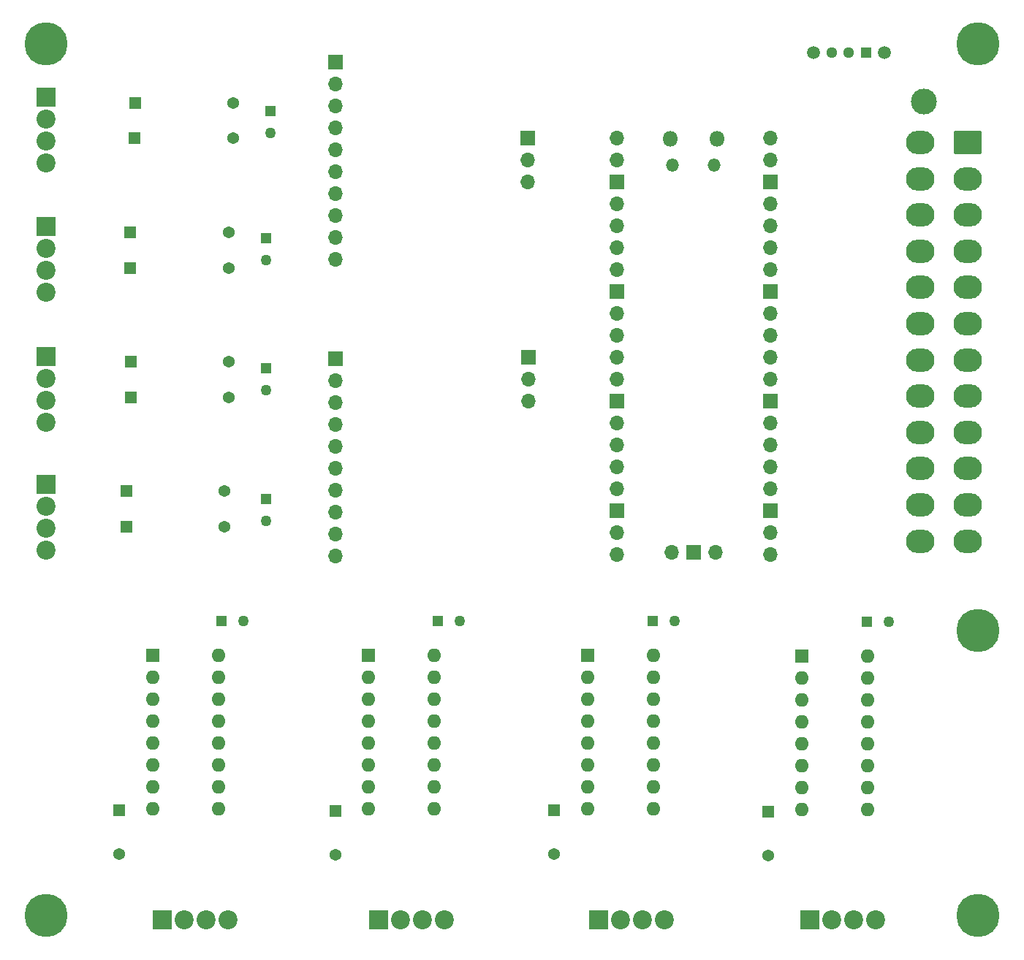
<source format=gbr>
%TF.GenerationSoftware,KiCad,Pcbnew,8.0.0*%
%TF.CreationDate,2024-10-25T13:51:21-05:00*%
%TF.ProjectId,ThorPBC2.0,54686f72-5042-4433-922e-302e6b696361,rev?*%
%TF.SameCoordinates,Original*%
%TF.FileFunction,Soldermask,Bot*%
%TF.FilePolarity,Negative*%
%FSLAX46Y46*%
G04 Gerber Fmt 4.6, Leading zero omitted, Abs format (unit mm)*
G04 Created by KiCad (PCBNEW 8.0.0) date 2024-10-25 13:51:21*
%MOMM*%
%LPD*%
G01*
G04 APERTURE LIST*
G04 Aperture macros list*
%AMRoundRect*
0 Rectangle with rounded corners*
0 $1 Rounding radius*
0 $2 $3 $4 $5 $6 $7 $8 $9 X,Y pos of 4 corners*
0 Add a 4 corners polygon primitive as box body*
4,1,4,$2,$3,$4,$5,$6,$7,$8,$9,$2,$3,0*
0 Add four circle primitives for the rounded corners*
1,1,$1+$1,$2,$3*
1,1,$1+$1,$4,$5*
1,1,$1+$1,$6,$7*
1,1,$1+$1,$8,$9*
0 Add four rect primitives between the rounded corners*
20,1,$1+$1,$2,$3,$4,$5,0*
20,1,$1+$1,$4,$5,$6,$7,0*
20,1,$1+$1,$6,$7,$8,$9,0*
20,1,$1+$1,$8,$9,$2,$3,0*%
G04 Aperture macros list end*
%ADD10C,3.000000*%
%ADD11RoundRect,0.250000X-1.400000X1.100000X-1.400000X-1.100000X1.400000X-1.100000X1.400000X1.100000X0*%
%ADD12O,3.300000X2.700000*%
%ADD13R,1.270000X1.270000*%
%ADD14C,1.270000*%
%ADD15R,1.700000X1.700000*%
%ADD16O,1.700000X1.700000*%
%ADD17R,2.200000X2.200000*%
%ADD18C,2.200000*%
%ADD19R,1.371600X1.371600*%
%ADD20C,1.371600*%
%ADD21R,1.600000X1.600000*%
%ADD22O,1.600000X1.600000*%
%ADD23C,2.900000*%
%ADD24C,5.000000*%
%ADD25R,1.295400X1.295400*%
%ADD26C,1.295400*%
%ADD27C,1.498600*%
%ADD28O,1.800000X1.800000*%
%ADD29O,1.500000X1.500000*%
G04 APERTURE END LIST*
D10*
%TO.C,J6*%
X158651085Y-72681398D03*
D11*
X163750000Y-77400000D03*
D12*
X163750000Y-81600000D03*
X163750000Y-85800000D03*
X163750000Y-90000000D03*
X163750000Y-94200000D03*
X163750000Y-98400000D03*
X163750000Y-102600000D03*
X163750000Y-106800000D03*
X163750000Y-111000000D03*
X163750000Y-115200000D03*
X163750000Y-119400000D03*
X163750000Y-123600000D03*
X158250000Y-77400000D03*
X158250000Y-81600000D03*
X158250000Y-85800000D03*
X158250000Y-90000000D03*
X158250000Y-94200000D03*
X158250000Y-98400000D03*
X158250000Y-102600000D03*
X158250000Y-106800000D03*
X158250000Y-111000000D03*
X158250000Y-115200000D03*
X158250000Y-119400000D03*
X158250000Y-123600000D03*
%TD*%
D13*
%TO.C,C2*%
X82500000Y-88540000D03*
D14*
X82500000Y-91080000D03*
%TD*%
D15*
%TO.C,J7*%
X112818735Y-76880534D03*
D16*
X112818735Y-79420534D03*
X112818735Y-81960534D03*
%TD*%
D17*
%TO.C,J12*%
X57000000Y-102185000D03*
D18*
X57000000Y-104725000D03*
X57000000Y-107265000D03*
X57000000Y-109805000D03*
%TD*%
D19*
%TO.C,R2*%
X67246000Y-76869400D03*
D20*
X78650600Y-76869400D03*
%TD*%
D19*
%TO.C,C11*%
X90500000Y-154880000D03*
D20*
X90500000Y-159960000D03*
%TD*%
D13*
%TO.C,C5*%
X77365000Y-132880000D03*
D14*
X79905000Y-132880000D03*
%TD*%
D19*
%TO.C,R5*%
X66797700Y-102800000D03*
D20*
X78202300Y-102800000D03*
%TD*%
D13*
%TO.C,C4*%
X82500000Y-118689600D03*
D14*
X82500000Y-121229600D03*
%TD*%
D13*
%TO.C,C7*%
X102365000Y-132880000D03*
D14*
X104905000Y-132880000D03*
%TD*%
D21*
%TO.C,U5*%
X119760000Y-136840000D03*
D22*
X119760000Y-139380000D03*
X119760000Y-141920000D03*
X119760000Y-144460000D03*
X119760000Y-147000000D03*
X119760000Y-149540000D03*
X119760000Y-152080000D03*
X119760000Y-154620000D03*
X127380000Y-154620000D03*
X127380000Y-152080000D03*
X127380000Y-149540000D03*
X127380000Y-147000000D03*
X127380000Y-144460000D03*
X127380000Y-141920000D03*
X127380000Y-139380000D03*
X127380000Y-136840000D03*
%TD*%
D19*
%TO.C,R4*%
X66746000Y-91949600D03*
D20*
X78150600Y-91949600D03*
%TD*%
D15*
%TO.C,J9*%
X90500000Y-102460000D03*
D16*
X90500000Y-105000000D03*
X90500000Y-107540000D03*
X90500000Y-110080000D03*
X90500000Y-112620000D03*
X90500000Y-115160000D03*
X90500000Y-117700000D03*
X90500000Y-120240000D03*
X90500000Y-122780000D03*
X90500000Y-125320000D03*
%TD*%
D19*
%TO.C,R6*%
X66797700Y-106949600D03*
D20*
X78202300Y-106949600D03*
%TD*%
D17*
%TO.C,J10*%
X57000000Y-72185000D03*
D18*
X57000000Y-74725000D03*
X57000000Y-77265000D03*
X57000000Y-79805000D03*
%TD*%
D13*
%TO.C,C1*%
X83000000Y-73760000D03*
D14*
X83000000Y-76300000D03*
%TD*%
D17*
%TO.C,M4*%
X145500000Y-167500000D03*
D18*
X148040000Y-167500000D03*
X150580000Y-167500000D03*
X153120000Y-167500000D03*
%TD*%
D19*
%TO.C,R7*%
X66297700Y-117800000D03*
D20*
X77702300Y-117800000D03*
%TD*%
D13*
%TO.C,C9*%
X152065000Y-132935000D03*
D14*
X154605000Y-132935000D03*
%TD*%
D23*
%TO.C,REF\u002A\u002A*%
X57000000Y-167000000D03*
D24*
X57000000Y-167000000D03*
%TD*%
D21*
%TO.C,U3*%
X69380000Y-136840000D03*
D22*
X69380000Y-139380000D03*
X69380000Y-141920000D03*
X69380000Y-144460000D03*
X69380000Y-147000000D03*
X69380000Y-149540000D03*
X69380000Y-152080000D03*
X69380000Y-154620000D03*
X77000000Y-154620000D03*
X77000000Y-152080000D03*
X77000000Y-149540000D03*
X77000000Y-147000000D03*
X77000000Y-144460000D03*
X77000000Y-141920000D03*
X77000000Y-139380000D03*
X77000000Y-136840000D03*
%TD*%
D19*
%TO.C,C10*%
X65500000Y-154809900D03*
D20*
X65500000Y-159889900D03*
%TD*%
D23*
%TO.C,REF\u002A\u002A*%
X165000000Y-134000000D03*
D24*
X165000000Y-134000000D03*
%TD*%
D19*
%TO.C,C12*%
X115880000Y-154809900D03*
D20*
X115880000Y-159889900D03*
%TD*%
D17*
%TO.C,J13*%
X57000000Y-117000000D03*
D18*
X57000000Y-119540000D03*
X57000000Y-122080000D03*
X57000000Y-124620000D03*
%TD*%
D13*
%TO.C,C8*%
X127245000Y-132880000D03*
D14*
X129785000Y-132880000D03*
%TD*%
D17*
%TO.C,M2*%
X95500000Y-167500000D03*
D18*
X98040000Y-167500000D03*
X100580000Y-167500000D03*
X103120000Y-167500000D03*
%TD*%
D21*
%TO.C,U6*%
X144580000Y-136965000D03*
D22*
X144580000Y-139505000D03*
X144580000Y-142045000D03*
X144580000Y-144585000D03*
X144580000Y-147125000D03*
X144580000Y-149665000D03*
X144580000Y-152205000D03*
X144580000Y-154745000D03*
X152200000Y-154745000D03*
X152200000Y-152205000D03*
X152200000Y-149665000D03*
X152200000Y-147125000D03*
X152200000Y-144585000D03*
X152200000Y-142045000D03*
X152200000Y-139505000D03*
X152200000Y-136965000D03*
%TD*%
D21*
%TO.C,U4*%
X94380000Y-136840000D03*
D22*
X94380000Y-139380000D03*
X94380000Y-141920000D03*
X94380000Y-144460000D03*
X94380000Y-147000000D03*
X94380000Y-149540000D03*
X94380000Y-152080000D03*
X94380000Y-154620000D03*
X102000000Y-154620000D03*
X102000000Y-152080000D03*
X102000000Y-149540000D03*
X102000000Y-147000000D03*
X102000000Y-144460000D03*
X102000000Y-141920000D03*
X102000000Y-139380000D03*
X102000000Y-136840000D03*
%TD*%
D23*
%TO.C,REF\u002A\u002A*%
X57000000Y-66000000D03*
D24*
X57000000Y-66000000D03*
%TD*%
D23*
%TO.C,REF\u002A\u002A*%
X165000000Y-66000000D03*
D24*
X165000000Y-66000000D03*
%TD*%
D19*
%TO.C,R3*%
X66746000Y-87800000D03*
D20*
X78150600Y-87800000D03*
%TD*%
D23*
%TO.C,REF\u002A\u002A*%
X165000000Y-167000000D03*
D24*
X165000000Y-167000000D03*
%TD*%
D15*
%TO.C,J8*%
X90500000Y-68080000D03*
D16*
X90500000Y-70620000D03*
X90500000Y-73160000D03*
X90500000Y-75700000D03*
X90500000Y-78240000D03*
X90500000Y-80780000D03*
X90500000Y-83320000D03*
X90500000Y-85860000D03*
X90500000Y-88400000D03*
X90500000Y-90940000D03*
%TD*%
D15*
%TO.C,J5*%
X112878319Y-102270418D03*
D16*
X112878319Y-104810418D03*
X112878319Y-107350418D03*
%TD*%
D19*
%TO.C,R8*%
X66297700Y-121949600D03*
D20*
X77702300Y-121949600D03*
%TD*%
D17*
%TO.C,M1*%
X70500000Y-167500000D03*
D18*
X73040000Y-167500000D03*
X75580000Y-167500000D03*
X78120000Y-167500000D03*
%TD*%
D19*
%TO.C,R1*%
X67297700Y-72800000D03*
D20*
X78702300Y-72800000D03*
%TD*%
D17*
%TO.C,J11*%
X57000000Y-87185000D03*
D18*
X57000000Y-89725000D03*
X57000000Y-92265000D03*
X57000000Y-94805000D03*
%TD*%
D13*
%TO.C,C3*%
X82500000Y-103580000D03*
D14*
X82500000Y-106120000D03*
%TD*%
D25*
%TO.C,SW1*%
X151999999Y-66999999D03*
D26*
X149999999Y-66999999D03*
X147999998Y-66999999D03*
D27*
X154100000Y-66999999D03*
X145899999Y-66999999D03*
%TD*%
D28*
%TO.C,U7*%
X129275000Y-77000000D03*
D29*
X129575000Y-80030000D03*
X134425000Y-80030000D03*
D28*
X134725000Y-77000000D03*
D16*
X123110000Y-76870000D03*
X123110000Y-79410000D03*
D15*
X123110000Y-81950000D03*
D16*
X123110000Y-84490000D03*
X123110000Y-87030000D03*
X123110000Y-89570000D03*
X123110000Y-92110000D03*
D15*
X123110000Y-94650000D03*
D16*
X123110000Y-97190000D03*
X123110000Y-99730000D03*
X123110000Y-102270000D03*
X123110000Y-104810000D03*
D15*
X123110000Y-107350000D03*
D16*
X123110000Y-109890000D03*
X123110000Y-112430000D03*
X123110000Y-114970000D03*
X123110000Y-117510000D03*
D15*
X123110000Y-120050000D03*
D16*
X123110000Y-122590000D03*
X123110000Y-125130000D03*
X140890000Y-125130000D03*
X140890000Y-122590000D03*
D15*
X140890000Y-120050000D03*
D16*
X140890000Y-117510000D03*
X140890000Y-114970000D03*
X140890000Y-112430000D03*
X140890000Y-109890000D03*
D15*
X140890000Y-107350000D03*
D16*
X140890000Y-104810000D03*
X140890000Y-102270000D03*
X140890000Y-99730000D03*
X140890000Y-97190000D03*
D15*
X140890000Y-94650000D03*
D16*
X140890000Y-92110000D03*
X140890000Y-89570000D03*
X140890000Y-87030000D03*
X140890000Y-84490000D03*
D15*
X140890000Y-81950000D03*
D16*
X140890000Y-79410000D03*
X140890000Y-76870000D03*
X129460000Y-124900000D03*
D15*
X132000000Y-124900000D03*
D16*
X134540000Y-124900000D03*
%TD*%
D17*
%TO.C,M3*%
X121000000Y-167500000D03*
D18*
X123540000Y-167500000D03*
X126080000Y-167500000D03*
X128620000Y-167500000D03*
%TD*%
D19*
%TO.C,C13*%
X140700000Y-154934900D03*
D20*
X140700000Y-160014900D03*
%TD*%
M02*

</source>
